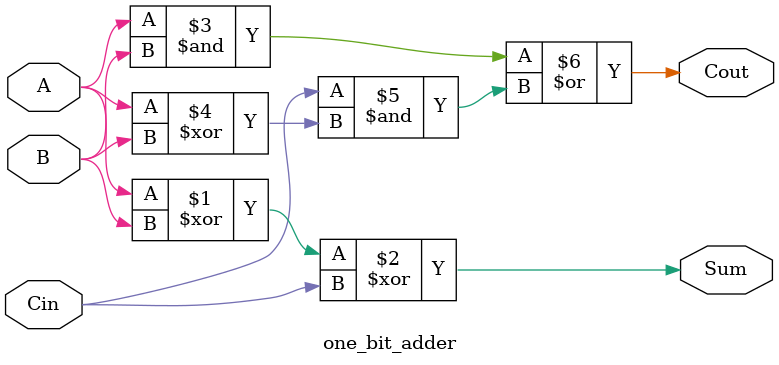
<source format=sv>
module one_bit_adder (
    input logic A, B, Cin, 
    output logic Sum, Cout
);

assign Sum = A ^ B ^ Cin;
assign Cout = (A & B) | ( Cin & (A ^ B));

endmodule
</source>
